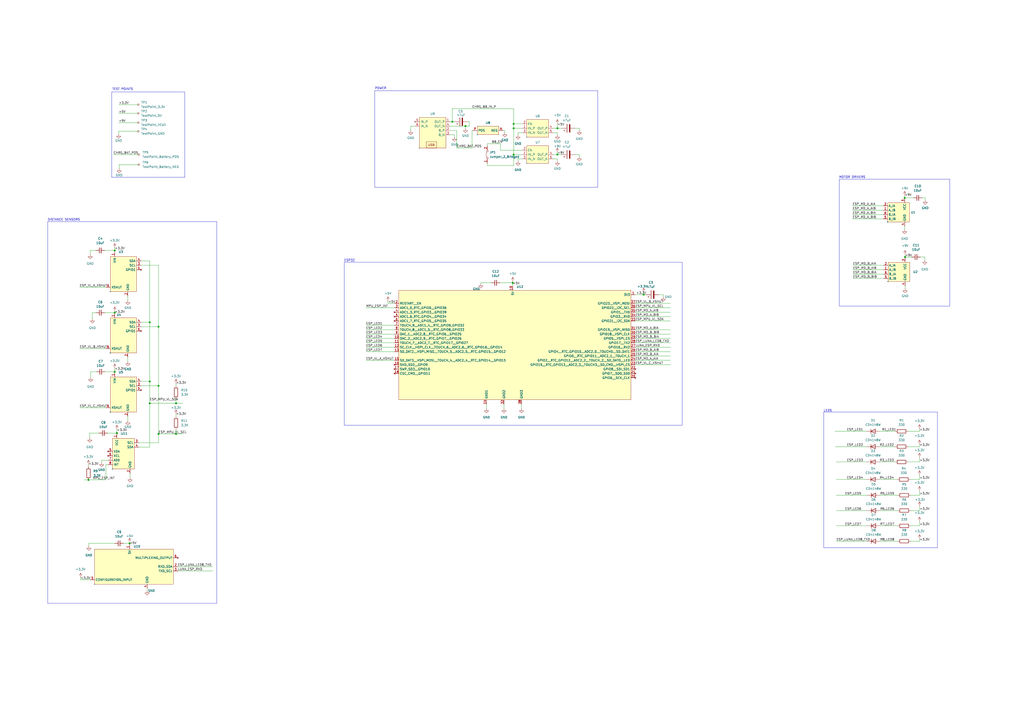
<source format=kicad_sch>
(kicad_sch (version 20230121) (generator eeschema)
  (paper "A2")
  (lib_symbols
    (symbol "Connector:TestPoint_Small" (pin_numbers hide) (pin_names (offset 0.762) hide)
      (property "Reference" "TP" (at 0 3.81 0))
      (property "Value" "TestPoint_Small" (at 0 2.032 0))
      (symbol "TestPoint_Small_0_1"
        (circle (center 0 0) (radius 0.508))
      )
      (symbol "TestPoint_Small_1_1"
        (pin passive line (at 0 0 90) (length 0) (name "1") (number "1"))
      )
    )
    (symbol "Device:C_Polarized" (pin_numbers hide) (pin_names (offset 0.254))
      (property "Reference" "C" (at 0.635 2.54 0))
      (property "Value" "C_Polarized" (at 0.635 -2.54 0))
      (symbol "C_Polarized_0_1"
        (rectangle (start -2.286 0.508) (end 2.286 1.016))
        (polyline (pts (xy -1.778 2.286) (xy -0.762 2.286)))
        (polyline (pts (xy -1.27 2.794) (xy -1.27 1.778)))
        (rectangle (start 2.286 -0.508) (end -2.286 -1.016) (fill (type outline)))
      )
      (symbol "C_Polarized_1_1"
        (pin passive line (at 0 3.81 270) (length 2.794) (name "~") (number "1"))
        (pin passive line (at 0 -3.81 90) (length 2.794) (name "~") (number "2"))
      )
    )
    (symbol "Device:C_Small" (pin_numbers hide) (pin_names (offset 0.254) hide)
      (property "Reference" "C" (at 0.254 1.778 0))
      (property "Value" "C_Small" (at 0.254 -2.032 0))
      (symbol "C_Small_0_1"
        (polyline (pts (xy -1.524 -0.508) (xy 1.524 -0.508)) (stroke (width 0.3302)))
        (polyline (pts (xy -1.524 0.508) (xy 1.524 0.508)) (stroke (width 0.3048)))
      )
      (symbol "C_Small_1_1"
        (pin passive line (at 0 2.54 270) (length 2.032) (name "~") (number "1"))
        (pin passive line (at 0 -2.54 90) (length 2.032) (name "~") (number "2"))
      )
    )
    (symbol "Device:R" (pin_numbers hide) (pin_names (offset 0))
      (property "Reference" "R" (at 2.032 0 90))
      (property "Value" "R" (at 0 0 90))
      (symbol "R_0_1"
        (rectangle (start -1.016 -2.54) (end 1.016 2.54) (stroke (width 0.254)))
      )
      (symbol "R_1_1"
        (pin passive line (at 0 3.81 270) (length 1.27) (name "~") (number "1"))
        (pin passive line (at 0 -3.81 90) (length 1.27) (name "~") (number "2"))
      )
    )
    (symbol "Diode:CD4148W" (pin_numbers hide) (pin_names hide)
      (property "Reference" "D" (at 0 2.54 0))
      (property "Value" "CD4148W" (at 0 -2.54 0))
      (symbol "CD4148W_0_1"
        (polyline (pts (xy -1.27 1.27) (xy -1.27 -1.27)) (stroke (width 0.254)))
        (polyline (pts (xy 1.27 0) (xy -1.27 0)))
        (polyline (pts (xy 1.27 1.27) (xy 1.27 -1.27) (xy -1.27 0) (xy 1.27 1.27)) (stroke (width 0.254)))
      )
      (symbol "CD4148W_1_1"
        (pin passive line (at -3.81 0 0) (length 2.54) (name "K") (number "1"))
        (pin passive line (at 3.81 0 180) (length 2.54) (name "A") (number "2"))
      )
    )
    (symbol "Jumper:Jumper_2_Bridged" (pin_names (offset 0) hide)
      (property "Reference" "JP" (at 0 1.905 0))
      (property "Value" "Jumper_2_Bridged" (at 0 -2.54 0))
      (symbol "Jumper_2_Bridged_0_0"
        (circle (center -2.032 0) (radius 0.508))
        (circle (center 2.032 0) (radius 0.508))
      )
      (symbol "Jumper_2_Bridged_0_1"
        (arc (start 1.524 0.254) (mid 0 0.762) (end -1.524 0.254))
      )
      (symbol "Jumper_2_Bridged_1_1"
        (pin passive line (at -5.08 0 0) (length 2.54) (name "A") (number "1"))
        (pin passive line (at 5.08 0 180) (length 2.54) (name "B") (number "2"))
      )
    )
    (symbol "power:+3.3V" (power) (pin_names (offset 0))
      (property "Value" "+3.3V" (at 0 3.556 0))
      (symbol "+3.3V_0_1"
        (polyline (pts (xy -0.762 1.27) (xy 0 2.54)))
        (polyline (pts (xy 0 0) (xy 0 2.54)))
        (polyline (pts (xy 0 2.54) (xy 0.762 1.27)))
      )
      (symbol "+3.3V_1_1"
        (pin power_in line (at 0 0 90) (length 0) hide (name "+3.3V") (number "1"))
      )
    )
    (symbol "power:+5V" (power) (pin_names (offset 0))
      (property "Value" "+5V" (at 0 3.556 0))
      (symbol "+5V_0_1"
        (polyline (pts (xy -0.762 1.27) (xy 0 2.54)))
        (polyline (pts (xy 0 0) (xy 0 2.54)))
        (polyline (pts (xy 0 2.54) (xy 0.762 1.27)))
      )
      (symbol "+5V_1_1"
        (pin power_in line (at 0 0 90) (length 0) hide (name "+5V") (number "1"))
      )
    )
    (symbol "power:+9V" (power) (pin_names (offset 0))
      (property "Value" "+9V" (at 0 3.556 0))
      (symbol "+9V_0_1"
        (polyline (pts (xy -0.762 1.27) (xy 0 2.54)))
        (polyline (pts (xy 0 0) (xy 0 2.54)))
        (polyline (pts (xy 0 2.54) (xy 0.762 1.27)))
      )
      (symbol "+9V_1_1"
        (pin power_in line (at 0 0 90) (length 0) hide (name "+9V") (number "1"))
      )
    )
    (symbol "power:GND" (power) (pin_names (offset 0))
      (property "Value" "GND" (at 0 -3.81 0))
      (symbol "GND_0_1"
        (polyline (pts (xy 0 0) (xy 0 -1.27) (xy 1.27 -1.27) (xy 0 -2.54) (xy -1.27 -1.27) (xy 0 -1.27)))
      )
      (symbol "GND_1_1"
        (pin power_in line (at 0 0 270) (length 0) hide (name "GND") (number "1"))
      )
    )
    (symbol "projectA:BATTERY_HOLDER"
      (property "Reference" "U" (at 0.508 5.842 0))
      (symbol "BATTERY_HOLDER_1_1"
        (rectangle (start 0 4.953) (end 12.319 0) (fill (type background)))
        (pin power_in line (at 14.859 2.413 180) (length 2.54) (name "NEG") (number "N"))
        (pin power_in line (at -2.667 2.413 0) (length 2.54) (name "POS") (number "P"))
      )
    )
    (symbol "projectA:BUCK_BOOST"
      (property "Reference" "U" (at 0.508 11.176 0))
      (symbol "BUCK_BOOST_1_1"
        (rectangle (start 0 10.16) (end 12.7 0) (fill (type background)))
        (pin power_in line (at -2.54 5.08 0) (length 2.54) (name "IN_P") (number "1"))
        (pin input line (at -2.54 7.62 0) (length 2.54) (name "EN") (number "2"))
        (pin power_in line (at -2.54 2.54 0) (length 2.54) (name "IN_N") (number "3"))
        (pin power_out line (at 15.24 5.08 180) (length 2.54) (name "OUT_P") (number "4"))
        (pin power_in line (at 15.24 2.54 180) (length 2.54) (name "OUT_N") (number "5"))
      )
    )
    (symbol "projectA:CHARGE_CONTROLLER"
      (property "Reference" "U" (at 0 -1.905 0))
      (symbol "CHARGE_CONTROLLER_1_1"
        (rectangle (start -0.127 17.78) (end 15.367 0) (fill (type background)))
        (rectangle (start 3.937 3.683) (end 9.906 0))
        (text "USB" (at 6.858 1.778 0) (effects (font (size 1.27 1.27))))
        (pin power_out line (at 17.78 15.24 180) (length 2.54) (name "OUT_P") (number "1"))
        (pin power_out line (at 17.78 10.16 180) (length 2.54) (name "B_P") (number "2"))
        (pin power_in line (at 17.78 7.62 180) (length 2.54) (name "B_N") (number "3"))
        (pin power_out line (at 17.78 12.7 180) (length 2.54) (name "OUT_N") (number "4"))
        (pin no_connect line (at -2.54 15.24 0) (length 2.54) (name "IN_P") (number "5"))
        (pin power_in line (at -2.54 12.7 0) (length 2.54) (name "IN_N") (number "6"))
      )
    )
    (symbol "projectA:ESP32"
      (property "Reference" "U" (at 0 -215.9 0))
      (symbol "ESP32_1_1"
        (rectangle (start 0 63.5) (end 134.62 0) (fill (type background)))
        (pin power_out line (at 137.16 60.96 180) (length 2.54) (name "3V3") (number "1"))
        (pin bidirectional line (at -2.54 35.56 0) (length 2.54) (name "DAC_2__ADC2_9__RTC_GPIO7__GPIO26") (number "10"))
        (pin bidirectional line (at -2.54 33.02 0) (length 2.54) (name "TOUCH_7__ADC2_7__RTC_GPIO17__GPIO27") (number "11"))
        (pin bidirectional line (at -2.54 30.48 0) (length 2.54) (name "SC_CLK__HSPI_CLK__TOUCH_6__ADC2_6__RTC_GPIO16__GPIO14") (number "12"))
        (pin bidirectional line (at -2.54 27.94 0) (length 2.54) (name "SD_DAT2__HSPI_MISO__TOUCH_5__ADC2_5__RTC_GPIO15__GPIO12") (number "13"))
        (pin power_in line (at 50.8 -2.54 90) (length 2.54) (name "GND1") (number "14"))
        (pin bidirectional line (at -2.54 22.86 0) (length 2.54) (name "SD_DAT3__HSPI_MOSI__TOUCH_4__ADC2_4__RTC_GPIO14__GPIO13") (number "15"))
        (pin no_connect line (at -2.54 20.32 0) (length 2.54) (name "SHD_SD2__GPIO9") (number "16"))
        (pin no_connect line (at -2.54 17.78 0) (length 2.54) (name "SWP_SD3__GPIO10") (number "17"))
        (pin no_connect line (at -2.54 15.24 0) (length 2.54) (name "CSC_CMD__GPIO11") (number "18"))
        (pin power_in line (at 66.04 66.04 270) (length 2.54) (name "5V") (number "19"))
        (pin input line (at -2.54 55.88 0) (length 2.54) (name "RESTART__EN") (number "2"))
        (pin no_connect line (at 137.16 12.7 180) (length 2.54) (name "GPIO6__SCK_CLK") (number "20"))
        (pin no_connect line (at 137.16 15.24 180) (length 2.54) (name "GPIO7__SDO_SD0") (number "21"))
        (pin no_connect line (at 137.16 17.78 180) (length 2.54) (name "GPIO8__SDI_SD1") (number "22"))
        (pin bidirectional line (at 137.16 20.32 180) (length 2.54) (name "GPIO15__RTC_GPIO13__ADC2_3__TOUCH3__SD_CMD__HSPI_CS") (number "23"))
        (pin bidirectional line (at 137.16 22.86 180) (length 2.54) (name "GPIO2__RTC_GPIO12__ADC2_2__TOUCH_2__SD_DAT0__LED") (number "24"))
        (pin bidirectional line (at 137.16 25.4 180) (length 2.54) (name "GPIO0__RTC_GPIO11__ADC2_1__TOUCH_1") (number "25"))
        (pin bidirectional line (at 137.16 27.94 180) (length 2.54) (name "GPIO4__RTC_GPIO10__ADC2_0__TOUCH0__SD_DAT1") (number "26"))
        (pin bidirectional line (at 137.16 30.48 180) (length 2.54) (name "GPIO16__RX2") (number "27"))
        (pin bidirectional line (at 137.16 33.02 180) (length 2.54) (name "GPIO17__TX2") (number "28"))
        (pin bidirectional line (at 137.16 35.56 180) (length 2.54) (name "GPIO5__VSPI_CS") (number "29"))
        (pin input line (at -2.54 53.34 0) (length 2.54) (name "ADC1_0_RTC_GPIO0__GPIO36") (number "3"))
        (pin bidirectional line (at 137.16 38.1 180) (length 2.54) (name "GPIO18__VSPI_CLK") (number "30"))
        (pin bidirectional line (at 137.16 40.64 180) (length 2.54) (name "GPIO19__VSPI_MISO") (number "31"))
        (pin power_in line (at 60.96 -2.54 90) (length 2.54) (name "GND2") (number "32"))
        (pin bidirectional line (at 137.16 45.72 180) (length 2.54) (name "GPIO21__I2C_SDA") (number "33"))
        (pin bidirectional line (at 137.16 48.26 180) (length 2.54) (name "GPIO3__RX0") (number "34"))
        (pin bidirectional line (at 137.16 50.8 180) (length 2.54) (name "GPIO1__TX0") (number "35"))
        (pin bidirectional line (at 137.16 53.34 180) (length 2.54) (name "GPIO22__I2C_SCL") (number "36"))
        (pin bidirectional line (at 137.16 55.88 180) (length 2.54) (name "GPIO23__VSPI_MOSI") (number "37"))
        (pin power_in line (at 71.12 -2.54 90) (length 2.54) (name "GND3") (number "38"))
        (pin no_connect line (at -2.54 50.8 0) (length 2.54) (name "ADC1_3_RTC_GPIO3__GPIO39") (number "4"))
        (pin no_connect line (at -2.54 48.26 0) (length 2.54) (name "ADC1_6_RTC_GPIO4__GPIO34") (number "5"))
        (pin no_connect line (at -2.54 45.72 0) (length 2.54) (name "ADC1_7_RTC_GPIO5__GPIO35") (number "6"))
        (pin bidirectional line (at -2.54 43.18 0) (length 2.54) (name "TOUCH_9__ADC1_4__RTC_GPIO9_GPIO32") (number "7"))
        (pin bidirectional line (at -2.54 40.64 0) (length 2.54) (name "TOUCH_8__ADC1_5__RTC_GPIO8_GPIO33") (number "8"))
        (pin bidirectional line (at -2.54 38.1 0) (length 2.54) (name "DAC_1__ADC2_8__RTC_GPIO6__GPIO25") (number "9"))
      )
    )
    (symbol "projectA:MOTOR_DRIVER"
      (property "Reference" "U" (at 0.508 11.938 0))
      (symbol "MOTOR_DRIVER_1_1"
        (rectangle (start 0.0508 11.0998) (end 12.7 0) (fill (type background)))
        (pin input line (at -2.54 6.858 0) (length 2.54) (name "A_IB") (number "1"))
        (pin input line (at -2.54 9.398 0) (length 2.54) (name "A_IA") (number "2"))
        (pin power_in line (at 9.906 13.716 270) (length 2.54) (name "VCC") (number "3"))
        (pin power_in line (at 9.906 -2.54 90) (length 2.54) (name "GND") (number "4"))
        (pin input line (at -2.54 1.778 0) (length 2.54) (name "B_IB") (number "5"))
        (pin input line (at -2.54 4.318 0) (length 2.54) (name "B_IA") (number "6"))
      )
    )
    (symbol "projectA:MPU6050"
      (property "Reference" "U" (at 0 -2.54 0))
      (symbol "MPU6050_1_1"
        (rectangle (start 0 17.78) (end 12.7 0) (fill (type background)))
        (pin power_in line (at 2.54 20.32 270) (length 2.54) (name "VCC") (number "1"))
        (pin power_in line (at 10.16 -2.54 90) (length 2.54) (name "GND") (number "2"))
        (pin output line (at 15.24 15.24 180) (length 2.54) (name "SCL") (number "3"))
        (pin output line (at 15.24 12.7 180) (length 2.54) (name "SDA") (number "4"))
        (pin no_connect line (at -2.54 10.16 0) (length 2.54) (name "XDA") (number "5"))
        (pin no_connect line (at -2.54 7.62 0) (length 2.54) (name "XCL") (number "6"))
        (pin input line (at -2.54 5.08 0) (length 2.54) (name "AD0") (number "7"))
        (pin input line (at -2.54 2.54 0) (length 2.54) (name "INT") (number "8"))
      )
    )
    (symbol "projectA:TF_LUNA"
      (property "Reference" "U" (at 0 -2.54 0))
      (symbol "TF_LUNA_1_1"
        (rectangle (start 0 20.32) (end 45.72 0) (fill (type background)))
        (pin power_in line (at 20.32 22.86 270) (length 2.54) (name "5V") (number "1"))
        (pin output line (at 48.26 10.16 180) (length 2.54) (name "RXD_SDA") (number "2"))
        (pin output line (at 48.26 7.62 180) (length 2.54) (name "TXD_SCL") (number "3"))
        (pin power_in line (at 30.48 -2.54 90) (length 2.54) (name "GND") (number "4"))
        (pin input line (at -2.54 2.54 0) (length 2.54) (name "CONFIGURATION_INPUT") (number "5"))
        (pin no_connect line (at 48.26 15.24 180) (length 2.54) (name "MULTIPLEXING_OUTPUT") (number "6"))
      )
    )
    (symbol "projectA:VL53L0XV2"
      (property "Reference" "U" (at 0.508 21.336 0))
      (symbol "VL53L0XV2_1_1"
        (rectangle (start 0 20.32) (end 15.24 0) (fill (type background)))
        (pin power_in line (at 2.54 22.86 270) (length 2.54) (name "VIN") (number "1"))
        (pin power_in line (at 10.16 -2.54 90) (length 2.54) (name "GND") (number "2"))
        (pin bidirectional line (at 17.78 15.24 180) (length 2.54) (name "SCL") (number "3"))
        (pin bidirectional line (at 17.78 17.78 180) (length 2.54) (name "SDA") (number "4"))
        (pin no_connect line (at 17.78 12.7 180) (length 2.54) (name "GPIO1") (number "5"))
        (pin input line (at -2.54 2.54 0) (length 2.54) (name "XSHUT") (number "6"))
      )
    )
  )
  (junction (at 297.434 164.084))
  (junction (at 297.942 89.662))
  (junction (at 297.942 71.882))
  (junction (at 66.548 181.356))
  (junction (at 67.818 251.206))
  (junction (at 102.108 233.934))
  (junction (at 262.382 70.612))
  (junction (at 66.548 145.288))
  (junction (at 525.018 149.098))
  (junction (at 91.948 251.714))
  (junction (at 66.548 215.646))
  (junction (at 323.342 89.662))
  (junction (at 91.948 189.484))
  (junction (at 297.942 74.422))
  (junction (at 524.764 114.808))
  (junction (at 91.948 223.774))
  (junction (at 270.002 73.152))
  (junction (at 51.308 278.384))
  (junction (at 86.868 221.234))
  (junction (at 323.342 74.422))
  (junction (at 75.184 315.214))
  (junction (at 373.38 170.942))
  (junction (at 102.108 251.714))
  (junction (at 86.868 233.934))
  (junction (at 86.868 186.944))
  (wire (pts (xy 533.4 313.944) (xy 533.4 312.674)))
  (wire (pts (xy 52.324 145.288) (xy 55.626 145.288)))
  (wire (pts (xy 484.378 250.19) (xy 502.666 250.19)))
  (wire (pts (xy 75.438 274.574) (xy 75.438 277.114)))
  (wire (pts (xy 510.54 287.274) (xy 520.7 287.274)))
  (wire (pts (xy 65.786 89.662) (xy 80.518 89.662)))
  (wire (pts (xy 297.434 163.322) (xy 297.434 164.084)))
  (wire (pts (xy 320.802 89.662) (xy 323.342 89.662)))
  (wire (pts (xy 91.948 189.484) (xy 81.788 189.484)))
  (wire (pts (xy 74.168 207.264) (xy 74.168 209.804)))
  (wire (pts (xy 86.868 221.234) (xy 81.788 221.234)))
  (wire (pts (xy 303.022 87.122) (xy 290.322 87.122)))
  (wire (pts (xy 373.38 169.672) (xy 373.38 170.942)))
  (wire (pts (xy 52.578 215.646) (xy 55.88 215.646)))
  (wire (pts (xy 270.002 73.152) (xy 272.288 73.152)))
  (wire (pts (xy 46.228 166.624) (xy 61.468 166.624)))
  (wire (pts (xy 262.382 70.612) (xy 263.652 70.612)))
  (wire (pts (xy 212.344 201.422) (xy 228.854 201.422)))
  (wire (pts (xy 264.922 85.852) (xy 264.922 75.692)))
  (wire (pts (xy 525.018 147.828) (xy 525.018 149.098)))
  (wire (pts (xy 368.554 191.262) (xy 388.874 191.262)))
  (wire (pts (xy 282.702 94.742) (xy 282.702 96.012)))
  (wire (pts (xy 261.112 70.612) (xy 262.382 70.612)))
  (wire (pts (xy 212.344 188.722) (xy 228.854 188.722)))
  (wire (pts (xy 102.108 251.714) (xy 91.948 251.714)))
  (wire (pts (xy 368.554 209.042) (xy 388.874 209.042)))
  (wire (pts (xy 292.354 234.442) (xy 292.354 236.982)))
  (wire (pts (xy 323.342 71.882) (xy 323.342 74.422)))
  (wire (pts (xy 336.042 74.422) (xy 336.042 75.692)))
  (wire (pts (xy 51.308 269.494) (xy 51.308 270.764)))
  (wire (pts (xy 528.066 278.13) (xy 533.4 278.13)))
  (wire (pts (xy 297.942 89.662) (xy 303.022 89.662)))
  (wire (pts (xy 67.818 249.174) (xy 67.818 251.206)))
  (wire (pts (xy 75.184 315.214) (xy 75.184 315.976)))
  (wire (pts (xy 323.342 74.422) (xy 325.882 74.422)))
  (wire (pts (xy 494.538 124.46) (xy 512.318 124.46)))
  (wire (pts (xy 510.54 296.164) (xy 520.7 296.164)))
  (wire (pts (xy 262.382 62.992) (xy 297.942 62.992)))
  (wire (pts (xy 61.468 269.494) (xy 62.738 269.494)))
  (wire (pts (xy 368.554 198.882) (xy 388.874 198.882)))
  (wire (pts (xy 80.518 259.334) (xy 86.868 259.334)))
  (wire (pts (xy 102.108 240.284) (xy 102.108 241.554)))
  (wire (pts (xy 368.554 206.502) (xy 388.874 206.502)))
  (wire (pts (xy 67.818 251.206) (xy 67.818 251.714)))
  (wire (pts (xy 68.834 60.706) (xy 80.264 60.706)))
  (wire (pts (xy 85.344 341.376) (xy 85.344 342.646)))
  (wire (pts (xy 494.792 159.004) (xy 512.572 159.004)))
  (wire (pts (xy 533.4 287.274) (xy 533.4 284.734)))
  (wire (pts (xy 300.482 92.202) (xy 303.022 92.202)))
  (wire (pts (xy 297.942 62.992) (xy 297.942 71.882)))
  (wire (pts (xy 526.796 259.08) (xy 533.4 259.08)))
  (wire (pts (xy 510.54 305.054) (xy 520.7 305.054)))
  (wire (pts (xy 533.4 305.054) (xy 533.4 302.514)))
  (wire (pts (xy 52.07 251.206) (xy 57.404 251.206)))
  (wire (pts (xy 297.942 96.012) (xy 297.942 89.662)))
  (wire (pts (xy 297.942 74.422) (xy 303.022 74.422)))
  (wire (pts (xy 102.108 222.504) (xy 102.108 223.774)))
  (wire (pts (xy 66.548 213.614) (xy 66.548 215.646)))
  (wire (pts (xy 485.14 313.944) (xy 502.92 313.944)))
  (wire (pts (xy 297.942 71.882) (xy 303.022 71.882)))
  (wire (pts (xy 333.502 89.662) (xy 336.042 89.662)))
  (wire (pts (xy 69.088 97.79) (xy 69.088 95.504)))
  (wire (pts (xy 71.628 315.214) (xy 75.184 315.214)))
  (wire (pts (xy 273.812 85.852) (xy 264.922 85.852)))
  (wire (pts (xy 212.344 209.042) (xy 228.854 209.042)))
  (wire (pts (xy 212.344 191.262) (xy 228.854 191.262)))
  (wire (pts (xy 278.892 164.084) (xy 278.892 164.592)))
  (wire (pts (xy 68.834 76.2) (xy 80.264 76.2)))
  (wire (pts (xy 262.382 70.612) (xy 262.382 62.992)))
  (wire (pts (xy 524.764 114.808) (xy 529.844 114.808)))
  (wire (pts (xy 282.702 96.012) (xy 297.942 96.012)))
  (wire (pts (xy 52.324 147.574) (xy 52.324 145.288)))
  (wire (pts (xy 533.4 267.97) (xy 533.4 265.43)))
  (wire (pts (xy 323.342 89.662) (xy 325.882 89.662)))
  (wire (pts (xy 368.554 201.422) (xy 388.874 201.422)))
  (wire (pts (xy 368.554 176.022) (xy 388.874 176.022)))
  (wire (pts (xy 212.344 203.962) (xy 228.854 203.962)))
  (wire (pts (xy 261.112 73.152) (xy 270.002 73.152)))
  (wire (pts (xy 368.554 170.942) (xy 373.38 170.942)))
  (wire (pts (xy 292.862 75.692) (xy 292.862 76.962)))
  (wire (pts (xy 51.562 315.214) (xy 66.548 315.214)))
  (wire (pts (xy 225.044 176.022) (xy 228.854 176.022)))
  (wire (pts (xy 263.652 78.232) (xy 261.112 78.232)))
  (wire (pts (xy 526.796 267.97) (xy 533.4 267.97)))
  (wire (pts (xy 528.32 287.274) (xy 533.4 287.274)))
  (wire (pts (xy 494.792 156.464) (xy 512.572 156.464)))
  (wire (pts (xy 46.228 236.474) (xy 61.468 236.474)))
  (wire (pts (xy 525.018 149.098) (xy 525.018 149.606)))
  (wire (pts (xy 485.14 296.164) (xy 502.92 296.164)))
  (wire (pts (xy 384.81 170.942) (xy 384.81 172.212)))
  (wire (pts (xy 297.942 74.422) (xy 297.942 89.662)))
  (wire (pts (xy 282.702 83.312) (xy 282.702 84.582)))
  (wire (pts (xy 60.96 215.646) (xy 66.548 215.646)))
  (wire (pts (xy 320.802 74.422) (xy 323.342 74.422)))
  (wire (pts (xy 485.14 305.054) (xy 502.92 305.054)))
  (wire (pts (xy 74.168 174.244) (xy 74.168 171.704)))
  (wire (pts (xy 91.948 189.484) (xy 91.948 223.774)))
  (wire (pts (xy 300.482 78.232) (xy 300.482 76.962)))
  (wire (pts (xy 69.088 95.504) (xy 80.518 95.504)))
  (wire (pts (xy 290.322 83.312) (xy 282.702 83.312)))
  (wire (pts (xy 263.652 79.502) (xy 263.652 78.232)))
  (wire (pts (xy 484.886 267.97) (xy 502.666 267.97)))
  (wire (pts (xy 368.554 203.962) (xy 388.874 203.962)))
  (wire (pts (xy 320.802 76.962) (xy 323.342 76.962)))
  (wire (pts (xy 62.484 251.206) (xy 67.818 251.206)))
  (wire (pts (xy 382.27 170.942) (xy 384.81 170.942)))
  (wire (pts (xy 525.018 165.862) (xy 525.018 167.386)))
  (wire (pts (xy 53.594 181.356) (xy 55.626 181.356)))
  (wire (pts (xy 60.706 181.356) (xy 66.548 181.356)))
  (wire (pts (xy 66.548 143.764) (xy 66.548 145.288)))
  (wire (pts (xy 368.554 183.642) (xy 388.874 183.642)))
  (wire (pts (xy 81.788 151.384) (xy 86.868 151.384)))
  (wire (pts (xy 91.948 223.774) (xy 81.788 223.774)))
  (wire (pts (xy 485.14 278.13) (xy 502.666 278.13)))
  (wire (pts (xy 66.548 181.356) (xy 66.548 180.594)))
  (wire (pts (xy 91.948 251.714) (xy 91.948 256.794)))
  (wire (pts (xy 102.108 231.394) (xy 102.108 233.934)))
  (wire (pts (xy 524.764 114.808) (xy 524.764 115.062)))
  (wire (pts (xy 290.068 164.084) (xy 297.434 164.084)))
  (wire (pts (xy 48.768 278.384) (xy 51.308 278.384)))
  (wire (pts (xy 323.342 92.202) (xy 323.342 93.472)))
  (wire (pts (xy 528.32 305.054) (xy 533.4 305.054)))
  (wire (pts (xy 225.044 176.022) (xy 225.044 174.752)))
  (wire (pts (xy 91.948 256.794) (xy 80.518 256.794)))
  (wire (pts (xy 212.344 198.882) (xy 228.854 198.882)))
  (wire (pts (xy 53.594 184.912) (xy 53.594 181.356)))
  (wire (pts (xy 300.482 93.472) (xy 300.482 92.202)))
  (wire (pts (xy 51.562 316.738) (xy 51.562 315.214)))
  (wire (pts (xy 534.924 114.808) (xy 536.702 114.808)))
  (wire (pts (xy 81.788 153.924) (xy 91.948 153.924)))
  (wire (pts (xy 526.796 250.19) (xy 533.4 250.19)))
  (wire (pts (xy 51.308 278.384) (xy 61.468 278.384)))
  (wire (pts (xy 494.792 153.924) (xy 512.572 153.924)))
  (wire (pts (xy 68.834 71.12) (xy 80.264 71.12)))
  (wire (pts (xy 238.252 73.152) (xy 240.792 73.152)))
  (wire (pts (xy 272.288 73.152) (xy 272.288 70.612)))
  (wire (pts (xy 238.252 75.692) (xy 238.252 73.152)))
  (wire (pts (xy 86.868 233.934) (xy 102.108 233.934)))
  (wire (pts (xy 494.538 121.92) (xy 512.318 121.92)))
  (wire (pts (xy 297.942 71.882) (xy 297.942 74.422)))
  (wire (pts (xy 533.4 296.164) (xy 533.4 293.624)))
  (wire (pts (xy 212.344 178.562) (xy 228.854 178.562)))
  (wire (pts (xy 86.868 151.384) (xy 86.868 186.944)))
  (wire (pts (xy 485.14 287.274) (xy 502.92 287.274)))
  (wire (pts (xy 320.802 92.202) (xy 323.342 92.202)))
  (wire (pts (xy 510.286 250.19) (xy 519.176 250.19)))
  (wire (pts (xy 524.764 113.538) (xy 524.764 114.808)))
  (wire (pts (xy 272.288 70.612) (xy 271.272 70.612)))
  (wire (pts (xy 60.706 145.288) (xy 66.548 145.288)))
  (wire (pts (xy 282.194 234.442) (xy 282.194 236.982)))
  (wire (pts (xy 524.764 131.318) (xy 524.764 133.096)))
  (wire (pts (xy 290.322 87.122) (xy 290.322 83.312)))
  (wire (pts (xy 323.342 88.392) (xy 323.342 89.662)))
  (wire (pts (xy 336.042 89.662) (xy 336.042 90.932)))
  (wire (pts (xy 292.862 75.692) (xy 291.846 75.692)))
  (wire (pts (xy 66.548 145.288) (xy 66.548 146.304)))
  (wire (pts (xy 86.868 186.944) (xy 86.868 221.234)))
  (wire (pts (xy 212.344 193.802) (xy 228.854 193.802)))
  (wire (pts (xy 46.736 336.296) (xy 52.324 336.296)))
  (wire (pts (xy 494.538 119.38) (xy 512.318 119.38)))
  (wire (pts (xy 302.514 234.442) (xy 302.514 236.982)))
  (wire (pts (xy 533.4 278.13) (xy 533.4 275.59)))
  (wire (pts (xy 74.168 241.554) (xy 74.168 244.094)))
  (wire (pts (xy 66.548 181.864) (xy 66.548 181.356)))
  (wire (pts (xy 536.702 114.808) (xy 536.702 116.078)))
  (wire (pts (xy 103.124 328.676) (xy 123.444 328.676)))
  (wire (pts (xy 66.548 215.646) (xy 66.548 216.154)))
  (wire (pts (xy 46.736 335.026) (xy 46.736 336.296)))
  (wire (pts (xy 528.32 313.944) (xy 533.4 313.944)))
  (wire (pts (xy 52.578 218.948) (xy 52.578 215.646)))
  (wire (pts (xy 484.632 259.08) (xy 502.666 259.08)))
  (wire (pts (xy 46.228 202.184) (xy 61.468 202.184)))
  (wire (pts (xy 368.554 211.582) (xy 388.874 211.582)))
  (wire (pts (xy 102.108 249.174) (xy 102.108 251.714)))
  (wire (pts (xy 510.286 267.97) (xy 519.176 267.97)))
  (wire (pts (xy 300.482 76.962) (xy 303.022 76.962)))
  (wire (pts (xy 510.286 259.08) (xy 519.176 259.08)))
  (wire (pts (xy 368.554 193.802) (xy 388.874 193.802)))
  (wire (pts (xy 323.342 76.962) (xy 323.342 78.232)))
  (wire (pts (xy 368.554 178.562) (xy 388.874 178.562)))
  (wire (pts (xy 102.108 251.714) (xy 105.918 251.714)))
  (wire (pts (xy 58.928 266.954) (xy 58.928 268.224)))
  (wire (pts (xy 68.834 65.786) (xy 80.264 65.786)))
  (wire (pts (xy 510.54 313.944) (xy 520.7 313.944)))
  (wire (pts (xy 284.988 164.084) (xy 278.892 164.084)))
  (wire (pts (xy 528.32 296.164) (xy 533.4 296.164)))
  (wire (pts (xy 52.07 254) (xy 52.07 251.206)))
  (wire (pts (xy 273.812 75.692) (xy 273.812 85.852)))
  (wire (pts (xy 368.554 186.182) (xy 388.874 186.182)))
  (wire (pts (xy 86.868 259.334) (xy 86.868 233.934)))
  (wire (pts (xy 333.502 74.422) (xy 336.042 74.422)))
  (wire (pts (xy 61.468 278.384) (xy 61.468 269.494)))
  (wire (pts (xy 264.922 75.692) (xy 261.112 75.692)))
  (wire (pts (xy 494.792 161.544) (xy 512.572 161.544)))
  (wire (pts (xy 68.834 77.724) (xy 68.834 76.2)))
  (wire (pts (xy 273.812 75.692) (xy 274.32 75.692)))
  (wire (pts (xy 368.554 196.342) (xy 388.874 196.342)))
  (wire (pts (xy 525.018 149.098) (xy 528.828 149.098)))
  (wire (pts (xy 373.38 170.942) (xy 374.65 170.942)))
  (wire (pts (xy 86.868 233.934) (xy 86.868 221.234)))
  (wire (pts (xy 533.4 259.08) (xy 533.4 257.81)))
  (wire (pts (xy 103.124 331.216) (xy 123.444 331.216)))
  (wire (pts (xy 91.948 153.924) (xy 91.948 189.484)))
  (wire (pts (xy 368.554 181.102) (xy 388.874 181.102)))
  (wire (pts (xy 510.286 278.13) (xy 520.446 278.13)))
  (wire (pts (xy 102.108 233.934) (xy 105.918 233.934)))
  (wire (pts (xy 297.434 164.084) (xy 297.434 165.862)))
  (wire (pts (xy 91.948 223.774) (xy 91.948 251.714)))
  (wire (pts (xy 536.448 149.098) (xy 536.448 150.876)))
  (wire (pts (xy 533.908 149.098) (xy 536.448 149.098)))
  (wire (pts (xy 212.344 196.342) (xy 228.854 196.342)))
  (wire (pts (xy 494.538 127) (xy 512.318 127)))
  (wire (pts (xy 62.738 266.954) (xy 58.928 266.954)))
  (wire (pts (xy 75.184 314.706) (xy 75.184 315.214)))
  (wire (pts (xy 86.868 186.944) (xy 81.788 186.944)))
  (wire (pts (xy 270.002 73.152) (xy 270.002 74.422)))
  (wire (pts (xy 533.4 250.19) (xy 533.4 248.92)))
  (rectangle (start 27.686 128.524) (end 125.73 350.012))
  (rectangle (start 486.918 103.886) (end 550.926 177.546))
  (rectangle (start 64.77 53.34) (end 107.188 102.87))
  (rectangle (start 199.644 152.146) (end 395.732 246.634))
  (rectangle (start 477.774 239.014) (end 543.814 317.754))
  (rectangle (start 217.424 52.578) (end 346.71 108.712))
  (text "TEST POINTS" (at 65.024 52.578 0) (effects (font (size 1.27 1.27)) (justify left bottom)))
  (text "MOTOR DRIVERS" (at 486.664 103.632 0) (effects (font (size 1.27 1.27)) (justify left bottom)))
  (text "POWER" (at 217.424 52.07 0) (effects (font (size 1.27 1.27)) (justify left bottom)))
  (text "ESP32" (at 199.644 151.892 0) (effects (font (size 1.27 1.27)) (justify left bottom)))
  (text "LEDS" (at 477.774 239.014 0) (effects (font (size 1.27 1.27)) (justify left bottom)))
  (text "DISTANCE SENSORS" (at 27.686 128.27 0) (effects (font (size 1.27 1.27)) (justify left bottom)))
  (label "ESP_MD_B_BIA" (at 368.554 196.342 0))
  (label "R7_LED7" (at 510.54 305.054 0))
  (label "CHRG_BB_IN_P" (at 273.812 62.992 0))
  (label "R3_LED3" (at 510.286 267.97 0))
  (label "+9V" (at 323.342 89.662 0))
  (label "ESP_VL_C_XSHUT" (at 368.554 211.582 0))
  (label "ESP_LED5" (at 490.22 287.274 0))
  (label "+3.3V" (at 533.4 259.08 0))
  (label "ESP_MD_A_AIA" (at 368.554 209.042 0))
  (label "ESP_LED7" (at 490.22 305.054 0))
  (label "ESP_MD_A_BIB" (at 368.554 183.642 0))
  (label "R4_LED4" (at 510.286 278.13 0))
  (label "+9V" (at 524.764 114.046 0))
  (label "+3.3V" (at 68.834 60.706 0))
  (label "+3.3V" (at 46.736 336.296 0))
  (label "ESP_VL_B_XSHUT" (at 368.554 176.022 0))
  (label "+3.3V" (at 66.548 145.034 0))
  (label "ESP_LUNA_LED8_TXD" (at 103.124 328.676 0))
  (label "ESP_MD_A_AIB" (at 494.538 121.92 0))
  (label "ESP_LUNA_LED8_TXD" (at 368.554 198.882 0))
  (label "+5V" (at 68.834 65.786 0))
  (label "MPU_ESP_INT" (at 212.344 178.562 0))
  (label "+3.3V" (at 102.108 241.046 0))
  (label "ESP_MD_B_AIB" (at 494.792 156.464 0))
  (label "ESP_MPU_VL_SCL" (at 368.554 178.562 0))
  (label "R6_LED6" (at 510.54 296.164 0))
  (label "MPU_ESP_INT" (at 53.848 278.384 0))
  (label "+3.3V" (at 533.4 267.97 0))
  (label "ESP_MPU_VL_SDA" (at 86.868 232.664 0))
  (label "ESP_MD_A_BIA" (at 368.554 191.262 0))
  (label "ESP_LED4" (at 212.344 196.342 0))
  (label "ESP_MD_A_BIA" (at 494.538 124.46 0))
  (label "ESP_LED4" (at 491.236 278.13 0))
  (label "R1_LED1" (at 511.556 250.19 0))
  (label "ESP_VL_C_XSHUT" (at 46.228 236.474 0))
  (label "+3.3V" (at 533.4 305.054 0))
  (label "+3.3V" (at 66.548 214.884 0))
  (label "+5V" (at 75.184 315.976 0))
  (label "LUNA_ESP_RXD" (at 368.554 201.422 0))
  (label "+9V" (at 525.018 149.098 0))
  (label "+3.3V" (at 533.4 287.274 0))
  (label "ESP_MD_B_AIB" (at 368.554 203.962 0))
  (label "ESP_MD_B_BIB" (at 368.554 193.802 0))
  (label "+9V" (at 68.834 71.12 0))
  (label "ESP_MD_B_AIA" (at 494.792 153.924 0))
  (label "ESP_LED6" (at 212.344 201.422 0))
  (label "+3.3V" (at 369.062 170.942 0))
  (label "ESP_LUNA_LED8_TXD" (at 485.14 313.944 0))
  (label "ESP_MD_B_BIA" (at 494.792 159.004 0))
  (label "+5V" (at 225.298 176.022 0))
  (label "ESP_LED7" (at 212.344 203.962 0))
  (label "ESP_VL_B_XSHUT" (at 46.228 202.184 0))
  (label "+3.3V" (at 533.4 313.944 0))
  (label "ESP_VL_A_XSHUT" (at 46.228 166.624 0))
  (label "+3.3V" (at 533.4 296.164 0))
  (label "LUNA_ESP_RXD" (at 103.124 331.216 0))
  (label "ESP_LED3" (at 491.236 267.97 0))
  (label "+5V" (at 297.434 165.354 0))
  (label "R5_LED5" (at 510.54 287.274 0))
  (label "+3.3V" (at 533.4 278.13 0))
  (label "ESP_LED2" (at 491.236 259.08 0))
  (label "+3.3V" (at 67.818 250.444 0))
  (label "ESP_LED6" (at 490.22 296.164 0))
  (label "+3.3V" (at 66.548 181.864 0))
  (label "CHRG_BAT_POS" (at 264.922 85.852 0))
  (label "R2_LED2" (at 510.286 259.08 0))
  (label "+3.3V" (at 51.308 270.002 0))
  (label "ESP_MD_B_BIB" (at 494.792 161.544 0))
  (label "BB_EN" (at 285.242 83.312 0))
  (label "ESP_MD_A_AIA" (at 494.538 119.38 0))
  (label "ESP_MPU_VL_SDA" (at 368.554 186.182 0))
  (label "ESP_LED1" (at 491.236 250.19 0))
  (label "+3.3V" (at 533.4 250.19 0))
  (label "ESP_LED5" (at 212.344 198.882 0))
  (label "ESP_MD_A_BIB" (at 494.538 127 0))
  (label "R8_LED8" (at 510.54 313.944 0))
  (label "ESP_VL_A_XSHUT" (at 212.344 209.042 0))
  (label "+3.3V" (at 102.108 223.012 0))
  (label "ESP_MD_A_AIB" (at 368.554 181.102 0))
  (label "ESP_LED3" (at 212.344 193.802 0))
  (label "+5V" (at 323.342 73.152 0))
  (label "ESP_LED2" (at 212.344 191.262 0))
  (label "ESP_LED1" (at 212.344 188.722 0))
  (label "CHRG_BAT_POS" (at 65.786 89.662 0))
  (label "ESP_MPU_VL_SCL" (at 91.948 251.714 0))
  (label "ESP_MD_B_AIA" (at 368.554 206.502 0))
  (symbol (lib_id "power:+9V") (at 524.764 113.538 0) (unit 1)
    (property "Reference" "#PWR042" (effects hide))
    (property "Value" "+9V" (at 524.764 109.22 0))
  )
  (symbol (lib_id "power:GND") (at 74.168 209.804 0) (unit 1)
    (property "Reference" "#PWR021" (effects hide))
    (property "Value" "GND" (at 74.168 214.122 0))
  )
  (symbol (lib_id "projectA:BUCK_BOOST") (at 305.562 79.502 0) (unit 1)
    (property "Reference" "U6" (at 311.912 67.31 0))
    (property "Value" "~" (at 305.562 79.502 0))
    (property "Footprint" "projectA_footprints:BUCK_BOOST" (effects hide))
  )
  (symbol (lib_id "power:+3.3V") (at 46.736 335.026 0) (unit 1)
    (property "Reference" "#PWR036" (effects hide))
    (property "Value" "+3.3V" (at 46.736 330.2 0))
  )
  (symbol (lib_id "power:GND") (at 302.514 236.982 0) (unit 1)
    (property "Reference" "#PWR046" (effects hide))
    (property "Value" "GND" (at 302.514 242.062 0))
  )
  (symbol (lib_id "power:+3.3V") (at 102.108 222.504 0) (unit 1)
    (property "Reference" "#PWR026" (effects hide))
    (property "Value" "+3.3V" (at 102.108 218.186 0))
  )
  (symbol (lib_id "Diode:CD4148W") (at 506.73 287.274 0) (unit 1)
    (property "Reference" "D5" (at 506.73 280.924 0))
    (property "Value" "CD4148W" (at 506.73 283.464 0))
    (property "Footprint" "Diode_SMD:D_0805_2012Metric" (effects hide))
    (property "Datasheet" "https://www.dccomponents.com/upload/product/original/623524775088.pdf" (effects hide))
    (property "Sim.Device" "D" (effects hide))
    (property "Sim.Pins" "1=K 2=A" (effects hide))
  )
  (symbol (lib_id "power:+5V") (at 225.044 174.752 0) (unit 1)
    (property "Reference" "#PWR037" (effects hide))
    (property "Value" "+5V" (at 225.044 170.18 0))
  )
  (symbol (lib_id "power:+3.3V") (at 66.548 213.614 0) (unit 1)
    (property "Reference" "#PWR015" (effects hide))
    (property "Value" "+3.3V" (at 66.548 209.296 0))
  )
  (symbol (lib_id "power:GND") (at 52.578 218.948 0) (unit 1)
    (property "Reference" "#PWR051" (effects hide))
    (property "Value" "GND" (at 52.578 224.282 0))
  )
  (symbol (lib_id "power:+3.3V") (at 373.38 169.672 0) (unit 1)
    (property "Reference" "#PWR039" (effects hide))
    (property "Value" "+3.3V" (at 372.618 166.116 0))
  )
  (symbol (lib_id "power:GND") (at 58.928 268.224 0) (unit 1)
    (property "Reference" "#PWR024" (effects hide))
    (property "Value" "GND" (at 58.928 272.542 0))
  )
  (symbol (lib_id "projectA:BATTERY_HOLDER") (at 276.987 78.105 0) (unit 1)
    (property "Reference" "U8" (at 283.083 71.247 0))
    (property "Value" "~" (at 276.987 78.105 0))
    (property "Footprint" "projectA_footprints:BATTERY_HOLDER" (effects hide))
  )
  (symbol (lib_id "power:+3.3V") (at 533.4 248.92 0) (unit 1)
    (property "Reference" "#PWR028" (effects hide))
    (property "Value" "+3.3V" (at 533.4 244.094 0))
  )
  (symbol (lib_id "power:GND") (at 292.354 236.982 0) (unit 1)
    (property "Reference" "#PWR045" (effects hide))
    (property "Value" "GND" (at 292.354 242.062 0))
  )
  (symbol (lib_id "power:+3.3V") (at 66.548 180.594 0) (unit 1)
    (property "Reference" "#PWR014" (effects hide))
    (property "Value" "+3.3V" (at 66.548 175.514 0))
  )
  (symbol (lib_id "Device:C_Polarized") (at 329.692 89.662 90) (unit 1)
    (property "Reference" "C2" (at 328.803 82.55 90))
    (property "Value" "47uF" (at 328.803 85.09 90))
    (property "Footprint" "Capacitor_SMD:CP_Elec_3x5.3" (effects hide))
  )
  (symbol (lib_id "power:+3.3V") (at 533.4 275.59 0) (unit 1)
    (property "Reference" "#PWR031" (effects hide))
    (property "Value" "+3.3V" (at 533.4 271.272 0))
  )
  (symbol (lib_id "power:+5V") (at 323.342 71.882 0) (unit 1)
    (property "Reference" "#PWR011" (effects hide))
    (property "Value" "+5V" (at 323.342 66.802 0))
  )
  (symbol (lib_id "power:GND") (at 68.834 77.724 0) (unit 1)
    (property "Reference" "#PWR055" (effects hide))
    (property "Value" "GND" (at 68.834 81.534 0))
  )
  (symbol (lib_id "power:+3.3V") (at 533.4 265.43 0) (unit 1)
    (property "Reference" "#PWR030" (effects hide))
    (property "Value" "+3.3V" (at 533.4 261.112 0))
  )
  (symbol (lib_id "Diode:CD4148W") (at 506.73 313.944 0) (unit 1)
    (property "Reference" "D8" (at 506.73 307.594 0))
    (property "Value" "CD4148W" (at 506.73 310.134 0))
    (property "Footprint" "Diode_SMD:D_0805_2012Metric" (effects hide))
    (property "Datasheet" "https://www.dccomponents.com/upload/product/original/623524775088.pdf" (effects hide))
    (property "Sim.Device" "D" (effects hide))
    (property "Sim.Pins" "1=K 2=A" (effects hide))
  )
  (symbol (lib_id "projectA:ESP32") (at 231.394 231.902 0) (unit 1)
    (property "Reference" "U12" (at 299.6281 166.37 0) (effects (justify left)))
    (property "Value" "~" (at 231.394 447.802 0))
    (property "Footprint" "projectA_footprints:ESP32" (effects hide))
  )
  (symbol (lib_id "power:+3.3V") (at 67.818 249.174 0) (unit 1)
    (property "Reference" "#PWR016" (effects hide))
    (property "Value" "+3.3V" (at 67.818 244.856 0))
  )
  (symbol (lib_id "Diode:CD4148W") (at 506.476 267.97 0) (unit 1)
    (property "Reference" "D3" (at 506.476 261.62 0))
    (property "Value" "CD4148W" (at 506.476 264.16 0))
    (property "Footprint" "Diode_SMD:D_0805_2012Metric" (effects hide))
    (property "Datasheet" "https://www.dccomponents.com/upload/product/original/623524775088.pdf" (effects hide))
    (property "Sim.Device" "D" (effects hide))
    (property "Sim.Pins" "1=K 2=A" (effects hide))
  )
  (symbol (lib_id "Device:R") (at 102.108 245.364 0) (unit 1)
    (property "Reference" "R11" (at 104.902 244.094 0) (effects (justify left)))
    (property "Value" "3.3K" (at 104.902 246.634 0) (effects (justify left)))
    (property "Footprint" "Resistor_SMD:R_0805_2012Metric" (effects hide))
  )
  (symbol (lib_id "Device:R") (at 524.51 296.164 90) (unit 1)
    (property "Reference" "R6" (at 524.51 289.814 90))
    (property "Value" "330" (at 524.51 292.354 90))
    (property "Footprint" "Resistor_SMD:R_0805_2012Metric" (effects hide))
  )
  (symbol (lib_id "power:GND") (at 524.764 133.096 0) (unit 1)
    (property "Reference" "#PWR040" (effects hide))
    (property "Value" "GND" (at 524.764 138.43 0))
  )
  (symbol (lib_id "projectA:VL53L0XV2") (at 64.008 204.724 0) (unit 1)
    (property "Reference" "U4" (at 67.564 182.626 0) (effects (justify left)))
    (property "Value" "~" (at 64.008 204.724 0))
    (property "Footprint" "projectA_footprints:VL53L0XV2" (effects hide))
  )
  (symbol (lib_id "Device:C_Small") (at 531.368 149.098 90) (unit 1)
    (property "Reference" "C11" (at 531.3743 142.24 90))
    (property "Value" "10uF" (at 531.3743 144.78 90))
    (property "Footprint" "Capacitor_SMD:C_0805_2012Metric" (effects hide))
  )
  (symbol (lib_id "power:GND") (at 238.252 75.692 0) (unit 1)
    (property "Reference" "#PWR01" (effects hide))
    (property "Value" "GND" (at 238.252 80.01 0))
  )
  (symbol (lib_id "power:+3.3V") (at 533.4 257.81 0) (unit 1)
    (property "Reference" "#PWR029" (effects hide))
    (property "Value" "+3.3V" (at 533.4 252.73 0))
  )
  (symbol (lib_id "Jumper:Jumper_2_Bridged") (at 282.702 89.662 90) (unit 1)
    (property "Reference" "JP1" (at 283.972 88.392 90) (effects (justify right)))
    (property "Value" "Jumper_2_Bridged" (at 283.972 90.932 90) (effects (justify right)))
    (property "Footprint" "TestPoint:TestPoint_2Pads_Pitch2.54mm_Drill0.8mm" (effects hide))
  )
  (symbol (lib_id "power:GND") (at 336.042 90.932 0) (unit 1)
    (property "Reference" "#PWR09" (effects hide))
    (property "Value" "GND" (at 336.042 95.25 0))
  )
  (symbol (lib_id "Device:R") (at 522.986 259.08 90) (unit 1)
    (property "Reference" "R2" (at 522.986 252.73 90))
    (property "Value" "330" (at 522.986 255.27 90))
    (property "Footprint" "Resistor_SMD:R_0805_2012Metric" (effects hide))
  )
  (symbol (lib_id "projectA:BUCK_BOOST") (at 305.562 94.742 0) (unit 1)
    (property "Reference" "U7" (at 311.912 82.55 0))
    (property "Value" "~" (at 305.562 94.742 0))
    (property "Footprint" "projectA_footprints:BUCK_BOOST" (effects hide))
  )
  (symbol (lib_id "Device:C_Small") (at 58.166 145.288 90) (unit 1)
    (property "Reference" "C4" (at 58.1723 138.43 90))
    (property "Value" "10uF" (at 58.1723 140.97 90))
    (property "Footprint" "Capacitor_SMD:C_0805_2012Metric" (effects hide))
  )
  (symbol (lib_id "power:+9V") (at 323.342 88.392 0) (unit 1)
    (property "Reference" "#PWR012" (effects hide))
    (property "Value" "+9V" (at 323.342 84.836 0))
  )
  (symbol (lib_id "power:+5V") (at 297.434 163.322 0) (unit 1)
    (property "Reference" "#PWR023" (effects hide))
    (property "Value" "+5V" (at 297.434 158.75 0))
  )
  (symbol (lib_id "Device:R") (at 524.51 313.944 90) (unit 1)
    (property "Reference" "R8" (at 524.51 307.594 90))
    (property "Value" "330" (at 524.51 310.134 90))
    (property "Footprint" "Resistor_SMD:R_0805_2012Metric" (effects hide))
  )
  (symbol (lib_id "power:+5V") (at 75.184 314.706 0) (unit 1)
    (property "Reference" "#PWR017" (effects hide))
    (property "Value" "+5V" (at 75.184 310.896 0))
  )
  (symbol (lib_id "power:GND") (at 53.594 184.912 0) (unit 1)
    (property "Reference" "#PWR050" (effects hide))
    (property "Value" "GND" (at 53.594 190.246 0))
  )
  (symbol (lib_id "power:GND") (at 69.088 97.79 0) (unit 1)
    (property "Reference" "#PWR056" (effects hide))
    (property "Value" "GND" (at 69.088 101.6 0))
  )
  (symbol (lib_id "projectA:TF_LUNA") (at 54.864 338.836 0) (unit 1)
    (property "Reference" "U10" (at 77.47 316.992 0) (effects (justify left)))
    (property "Value" "~" (at 54.864 338.836 0))
    (property "Footprint" "projectA_footprints:TF_LUNA" (effects hide))
  )
  (symbol (lib_id "Connector:TestPoint_Small") (at 80.518 89.662 0) (unit 1)
    (property "Reference" "TP5" (at 82.55 88.392 0) (effects (justify left)))
    (property "Value" "TestPoint_Battery_POS" (at 82.55 90.932 0) (effects (justify left)))
    (property "Footprint" "Connector_PinSocket_2.54mm:PinSocket_1x01_P2.54mm_Vertical" (effects hide))
  )
  (symbol (lib_id "Connector:TestPoint_Small") (at 80.264 60.706 0) (unit 1)
    (property "Reference" "TP1" (at 81.788 59.436 0) (effects (justify left)))
    (property "Value" "TestPoint_3.3V" (at 81.788 61.976 0) (effects (justify left)))
    (property "Footprint" "Connector_PinSocket_2.54mm:PinSocket_1x01_P2.54mm_Vertical" (effects hide))
  )
  (symbol (lib_id "projectA:MPU6050") (at 65.278 272.034 0) (unit 1)
    (property "Reference" "U11" (at 70.0121 251.46 0) (effects (justify left)))
    (property "Value" "~" (at 65.278 272.034 0))
    (property "Footprint" "projectA_footprints:MPU6050" (effects hide))
  )
  (symbol (lib_id "Connector:TestPoint_Small") (at 80.264 65.786 0) (unit 1)
    (property "Reference" "TP2" (at 81.788 64.516 0) (effects (justify left)))
    (property "Value" "TestPoint_5V" (at 81.788 67.056 0) (effects (justify left)))
    (property "Footprint" "Connector_PinSocket_2.54mm:PinSocket_1x01_P2.54mm_Vertical" (effects hide))
  )
  (symbol (lib_id "power:GND") (at 525.018 167.386 0) (unit 1)
    (property "Reference" "#PWR041" (effects hide))
    (property "Value" "GND" (at 525.018 171.704 0))
  )
  (symbol (lib_id "Diode:CD4148W") (at 506.476 250.19 0) (unit 1)
    (property "Reference" "D1" (at 506.476 243.84 0))
    (property "Value" "CD4148W" (at 506.476 246.38 0))
    (property "Footprint" "Diode_SMD:D_0805_2012Metric" (effects hide))
    (property "Datasheet" "https://www.dccomponents.com/upload/product/original/623524775088.pdf" (effects hide))
    (property "Sim.Device" "D" (effects hide))
    (property "Sim.Pins" "1=K 2=A" (effects hide))
  )
  (symbol (lib_id "power:GND") (at 536.448 150.876 0) (unit 1)
    (property "Reference" "#PWR048" (effects hide))
    (property "Value" "GND" (at 536.448 156.21 0))
  )
  (symbol (lib_id "power:GND") (at 282.194 236.982 0) (unit 1)
    (property "Reference" "#PWR044" (effects hide))
    (property "Value" "GND" (at 282.194 242.062 0))
  )
  (symbol (lib_id "Diode:CD4148W") (at 506.476 278.13 0) (unit 1)
    (property "Reference" "D4" (at 506.476 271.78 0))
    (property "Value" "CD4148W" (at 506.476 274.32 0))
    (property "Footprint" "Diode_SMD:D_0805_2012Metric" (effects hide))
    (property "Datasheet" "https://www.dccomponents.com/upload/product/original/623524775088.pdf" (effects hide))
    (property "Sim.Device" "D" (effects hide))
    (property "Sim.Pins" "1=K 2=A" (effects hide))
  )
  (symbol (lib_id "Device:R") (at 524.256 278.13 90) (unit 1)
    (property "Reference" "R4" (at 524.256 271.78 90))
    (property "Value" "330" (at 524.256 274.32 90))
    (property "Footprint" "Resistor_SMD:R_0805_2012Metric" (effects hide))
  )
  (symbol (lib_id "projectA:VL53L0XV2") (at 64.008 169.164 0) (unit 1)
    (property "Reference" "U3" (at 68.7421 146.05 0) (effects (justify left)))
    (property "Value" "~" (at 64.008 169.164 0))
    (property "Footprint" "projectA_footprints:VL53L0XV2" (effects hide))
  )
  (symbol (lib_id "power:GND") (at 75.438 277.114 0) (unit 1)
    (property "Reference" "#PWR019" (effects hide))
    (property "Value" "GND" (at 75.438 281.94 0))
  )
  (symbol (lib_id "power:+9V") (at 525.018 147.828 0) (unit 1)
    (property "Reference" "#PWR043" (effects hide))
    (property "Value" "+9V" (at 525.018 142.494 0))
  )
  (symbol (lib_id "power:GND") (at 323.342 93.472 0) (unit 1)
    (property "Reference" "#PWR05" (effects hide))
    (property "Value" "GND" (at 323.342 97.79 0))
  )
  (symbol (lib_id "power:GND") (at 85.344 342.646 0) (unit 1)
    (property "Reference" "#PWR018" (effects hide))
    (property "Value" "GND" (at 87.884 342.646 0))
  )
  (symbol (lib_id "Device:R") (at 524.51 305.054 90) (unit 1)
    (property "Reference" "R7" (at 524.51 298.704 90))
    (property "Value" "330" (at 524.51 301.244 90))
    (property "Footprint" "Resistor_SMD:R_0805_2012Metric" (effects hide))
  )
  (symbol (lib_id "power:GND") (at 278.892 164.592 0) (unit 1)
    (property "Reference" "#PWR054" (effects hide))
    (property "Value" "GND" (at 276.352 167.64 0))
  )
  (symbol (lib_id "power:GND") (at 336.042 75.692 0) (unit 1)
    (property "Reference" "#PWR010" (effects hide))
    (property "Value" "GND" (at 336.042 80.518 0))
  )
  (symbol (lib_id "Connector:TestPoint_Small") (at 80.518 95.504 0) (unit 1)
    (property "Reference" "TP6" (at 82.55 94.234 0) (effects (justify left)))
    (property "Value" "TestPoint_Battery_NEG" (at 82.55 96.774 0) (effects (justify left)))
    (property "Footprint" "Connector_PinSocket_2.54mm:PinSocket_1x01_P2.54mm_Vertical" (effects hide))
  )
  (symbol (lib_id "Device:C_Polarized") (at 378.46 170.942 90) (unit 1)
    (property "Reference" "C3" (at 377.571 163.83 90))
    (property "Value" "47uF" (at 377.571 166.37 90))
    (property "Footprint" "Capacitor_SMD:CP_Elec_3x5.3" (effects hide))
  )
  (symbol (lib_id "power:GND") (at 384.81 172.212 0) (unit 1)
    (property "Reference" "#PWR038" (effects hide))
    (property "Value" "GND" (at 387.604 172.212 0))
  )
  (symbol (lib_id "power:GND") (at 300.482 93.472 0) (unit 1)
    (property "Reference" "#PWR04" (effects hide))
    (property "Value" "GND" (at 300.482 98.552 0))
  )
  (symbol (lib_id "power:GND") (at 52.324 147.574 0) (unit 1)
    (property "Reference" "#PWR049" (effects hide))
    (property "Value" "GND" (at 52.324 152.908 0))
  )
  (symbol (lib_id "Diode:CD4148W") (at 506.73 305.054 0) (unit 1)
    (property "Reference" "D7" (at 506.73 298.704 0))
    (property "Value" "CD4148W" (at 506.73 301.244 0))
    (property "Footprint" "Diode_SMD:D_0805_2012Metric" (effects hide))
    (property "Datasheet" "https://www.dccomponents.com/upload/product/original/623524775088.pdf" (effects hide))
    (property "Sim.Device" "D" (effects hide))
    (property "Sim.Pins" "1=K 2=A" (effects hide))
  )
  (symbol (lib_id "Device:C_Small") (at 59.944 251.206 90) (unit 1)
    (property "Reference" "C8" (at 59.9503 245.11 90))
    (property "Value" "10uF" (at 59.9503 247.65 90))
    (property "Footprint" "Capacitor_SMD:C_0805_2012Metric" (effects hide))
  )
  (symbol (lib_id "projectA:MOTOR_DRIVER") (at 514.858 128.778 0) (unit 1)
    (property "Reference" "U1" (at 528.32 123.19 0) (effects (justify left)))
    (property "Value" "~" (at 514.858 128.778 0))
    (property "Footprint" "projectA_footprints:MOTOR_DRIVER" (effects hide))
  )
  (symbol (lib_id "projectA:MOTOR_DRIVER") (at 515.112 163.322 0) (unit 1)
    (property "Reference" "U2" (at 529.59 157.734 0) (effects (justify left)))
    (property "Value" "~" (at 515.112 163.322 0))
    (property "Footprint" "projectA_footprints:MOTOR_DRIVER" (effects hide))
  )
  (symbol (lib_id "power:GND") (at 300.482 78.232 0) (unit 1)
    (property "Reference" "#PWR07" (effects hide))
    (property "Value" "GND" (at 300.482 83.312 0))
  )
  (symbol (lib_id "power:+3.3V") (at 66.548 143.764 0) (unit 1)
    (property "Reference" "#PWR013" (effects hide))
    (property "Value" "+3.3V" (at 66.548 139.446 0))
  )
  (symbol (lib_id "power:GND") (at 263.652 79.502 0) (unit 1)
    (property "Reference" "#PWR02" (effects hide))
    (property "Value" "GND" (at 263.652 83.82 0))
  )
  (symbol (lib_id "Device:C_Small") (at 532.384 114.808 90) (unit 1)
    (property "Reference" "C10" (at 532.3903 107.95 90))
    (property "Value" "10uF" (at 532.3903 110.49 90))
    (property "Footprint" "Capacitor_SMD:C_0805_2012Metric" (effects hide))
  )
  (symbol (lib_id "power:+3.3V") (at 533.4 302.514 0) (unit 1)
    (property "Reference" "#PWR034" (effects hide))
    (property "Value" "+3.3V" (at 533.4 297.434 0))
  )
  (symbol (lib_id "power:+3.3V") (at 51.308 269.494 0) (unit 1)
    (property "Reference" "#PWR025" (effects hide))
    (property "Value" "+3.3V" (at 51.308 264.922 0))
  )
  (symbol (lib_id "power:GND") (at 292.862 76.962 0) (unit 1)
    (property "Reference" "#PWR06" (effects hide))
    (property "Value" "GND" (at 292.862 81.28 0))
  )
  (symbol (lib_id "Device:C_Polarized") (at 267.462 70.612 90) (unit 1)
    (property "Reference" "C5" (at 267.208 64.516 90))
    (property "Value" "47uF" (at 267.462 66.802 90))
    (property "Footprint" "Capacitor_SMD:CP_Elec_3x5.3" (effects hide))
  )
  (symbol (lib_id "Device:R") (at 522.986 250.19 90) (unit 1)
    (property "Reference" "R1" (at 522.986 243.84 90))
    (property "Value" "330" (at 522.986 246.38 90))
    (property "Footprint" "Resistor_SMD:R_0805_2012Metric" (effects hide))
  )
  (symbol (lib_id "power:+3.3V") (at 533.4 293.624 0) (unit 1)
    (property "Reference" "#PWR033" (effects hide))
    (property "Value" "+3.3V" (at 533.654 289.814 0))
  )
  (symbol (lib_id "Diode:CD4148W") (at 506.73 296.164 0) (unit 1)
    (property "Reference" "D6" (at 506.73 289.814 0))
    (property "Value" "CD4148W" (at 506.73 292.354 0))
    (property "Footprint" "Diode_SMD:D_0805_2012Metric" (effects hide))
    (property "Datasheet" "https://www.dccomponents.com/upload/product/original/623524775088.pdf" (effects hide))
    (property "Sim.Device" "D" (effects hide))
    (property "Sim.Pins" "1=K 2=A" (effects hide))
  )
  (symbol (lib_id "projectA:VL53L0XV2") (at 64.008 239.014 0) (unit 1)
    (property "Reference" "U5" (at 68.7421 215.9 0) (effects (justify left)))
    (property "Value" "~" (at 64.008 239.014 0))
    (property "Footprint" "projectA_footprints:VL53L0XV2" (effects hide))
  )
  (symbol (lib_id "Connector:TestPoint_Small") (at 80.264 71.12 0) (unit 1)
    (property "Reference" "TP3" (at 81.788 69.85 0) (effects (justify left)))
    (property "Value" "TestPoint_VCoil" (at 81.788 72.39 0) (effects (justify left)))
    (property "Footprint" "Connector_PinSocket_2.54mm:PinSocket_1x01_P2.54mm_Vertical" (effects hide))
  )
  (symbol (lib_id "Device:C_Small") (at 69.088 315.214 90) (unit 1)
    (property "Reference" "C9" (at 69.0943 308.61 90))
    (property "Value" "10uF" (at 69.0943 311.15 90))
    (property "Footprint" "Capacitor_SMD:C_0805_2012Metric" (effects hide))
  )
  (symbol (lib_id "power:GND") (at 536.702 116.078 0) (unit 1)
    (property "Reference" "#PWR047" (effects hide))
    (property "Value" "GND" (at 536.702 120.65 0))
  )
  (symbol (lib_id "power:GND") (at 270.002 74.422 0) (unit 1)
    (property "Reference" "#PWR03" (effects hide))
    (property "Value" "GND" (at 270.002 78.74 0))
  )
  (symbol (lib_id "power:GND") (at 74.168 244.094 0) (unit 1)
    (property "Reference" "#PWR020" (effects hide))
    (property "Value" "GND" (at 74.168 247.65 0))
  )
  (symbol (lib_id "Device:C_Polarized") (at 329.692 74.422 90) (unit 1)
    (property "Reference" "C1" (at 328.803 67.31 90))
    (property "Value" "47uF" (at 328.803 69.85 90))
    (property "Footprint" "Capacitor_SMD:CP_Elec_3x5.3" (effects hide))
  )
  (symbol (lib_id "projectA:CHARGE_CONTROLLER") (at 243.332 85.852 0) (unit 1)
    (property "Reference" "U9" (at 250.952 66.04 0))
    (property "Value" "~" (at 243.332 85.852 0))
    (property "Footprint" "projectA_footprints:CHARGE_CONTROLLER" (effects hide))
  )
  (symbol (lib_id "power:GND") (at 74.168 174.244 0) (unit 1)
    (property "Reference" "#PWR022" (effects hide))
    (property "Value" "GND" (at 74.168 178.562 0))
  )
  (symbol (lib_id "power:GND") (at 323.342 78.232 0) (unit 1)
    (property "Reference" "#PWR08" (effects hide))
    (property "Value" "GND" (at 323.342 82.042 0))
  )
  (symbol (lib_id "Device:R") (at 102.108 227.584 0) (unit 1)
    (property "Reference" "R10" (at 104.902 226.314 0) (effects (justify left)))
    (property "Value" "3.3K" (at 104.902 228.854 0) (effects (justify left)))
    (property "Footprint" "Resistor_SMD:R_0805_2012Metric" (effects hide))
  )
  (symbol (lib_id "Diode:CD4148W") (at 506.476 259.08 0) (unit 1)
    (property "Reference" "D2" (at 506.476 252.73 0))
    (property "Value" "CD4148W" (at 506.476 255.27 0))
    (property "Footprint" "Diode_SMD:D_0805_2012Metric" (effects hide))
    (property "Datasheet" "https://www.dccomponents.com/upload/product/original/623524775088.pdf" (effects hide))
    (property "Sim.Device" "D" (effects hide))
    (property "Sim.Pins" "1=K 2=A" (effects hide))
  )
  (symbol (lib_id "power:+3.3V") (at 533.4 284.734 0) (unit 1)
    (property "Reference" "#PWR032" (effects hide))
    (property "Value" "+3.3V" (at 533.4 279.908 0))
  )
  (symbol (lib_id "Device:R") (at 522.986 267.97 90) (unit 1)
    (property "Reference" "R3" (at 522.986 261.62 90))
    (property "Value" "330" (at 522.986 264.16 90))
    (property "Footprint" "Resistor_SMD:R_0805_2012Metric" (effects hide))
  )
  (symbol (lib_id "power:GND") (at 52.07 254 0) (unit 1)
    (property "Reference" "#PWR052" (effects hide))
    (property "Value" "GND" (at 52.07 259.334 0))
  )
  (symbol (lib_id "Device:C_Small") (at 58.166 181.356 90) (unit 1)
    (property "Reference" "C6" (at 58.1723 175.26 90))
    (property "Value" "10uF" (at 58.1723 177.8 90))
    (property "Footprint" "Capacitor_SMD:C_0805_2012Metric" (effects hide))
  )
  (symbol (lib_id "power:GND") (at 51.562 316.738 0) (unit 1)
    (property "Reference" "#PWR053" (effects hide))
    (property "Value" "GND" (at 51.562 322.072 0))
  )
  (symbol (lib_id "power:+3.3V") (at 533.4 312.674 0) (unit 1)
    (property "Reference" "#PWR035" (effects hide))
    (property "Value" "+3.3V" (at 533.4 308.102 0))
  )
  (symbol (lib_id "Device:C_Small") (at 287.528 164.084 90) (unit 1)
    (property "Reference" "C12" (at 287.5343 157.48 90))
    (property "Value" "10uF" (at 287.5343 160.02 90))
    (property "Footprint" "Capacitor_SMD:C_0805_2012Metric" (effects hide))
  )
  (symbol (lib_id "Connector:TestPoint_Small") (at 80.264 76.2 0) (unit 1)
    (property "Reference" "TP4" (at 81.788 74.93 0) (effects (justify left)))
    (property "Value" "TestPoint_GND" (at 81.788 77.47 0) (effects (justify left)))
    (property "Footprint" "Connector_PinSocket_2.54mm:PinSocket_1x01_P2.54mm_Vertical" (effects hide))
  )
  (symbol (lib_id "Device:C_Small") (at 58.42 215.646 90) (unit 1)
    (property "Reference" "C7" (at 58.4263 209.55 90))
    (property "Value" "10uF" (at 58.4263 212.09 90))
    (property "Footprint" "Capacitor_SMD:C_0805_2012Metric" (effects hide))
  )
  (symbol (lib_id "power:+3.3V") (at 102.108 240.284 0) (unit 1)
    (property "Reference" "#PWR027" (effects hide))
    (property "Value" "+3.3V" (at 102.108 236.474 0))
  )
  (symbol (lib_id "Device:R") (at 51.308 274.574 0) (unit 1)
    (property "Reference" "R9" (at 54.102 273.304 0) (effects (justify left)))
    (property "Value" "3.3K" (at 54.102 275.844 0) (effects (justify left)))
    (property "Footprint" "Resistor_SMD:R_0805_2012Metric" (effects hide))
  )
  (symbol (lib_id "Device:R") (at 524.51 287.274 90) (unit 1)
    (property "Reference" "R5" (at 524.51 280.924 90))
    (property "Value" "330" (at 524.51 283.464 90))
    (property "Footprint" "Resistor_SMD:R_0805_2012Metric" (effects hide))
  )
)
</source>
